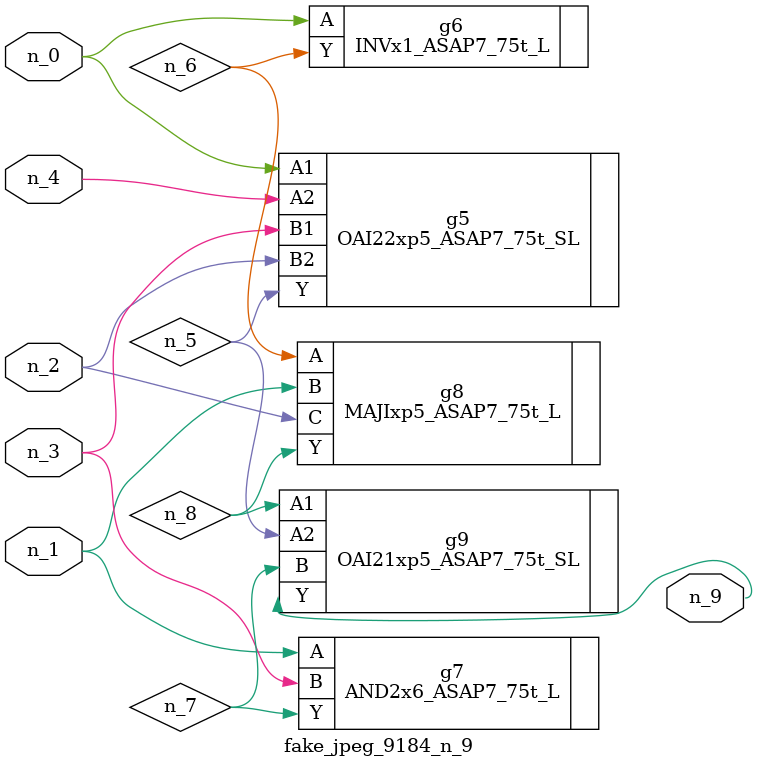
<source format=v>
module fake_jpeg_9184_n_9 (n_3, n_2, n_1, n_0, n_4, n_9);

input n_3;
input n_2;
input n_1;
input n_0;
input n_4;

output n_9;

wire n_8;
wire n_6;
wire n_5;
wire n_7;

OAI22xp5_ASAP7_75t_SL g5 ( 
.A1(n_0),
.A2(n_4),
.B1(n_3),
.B2(n_2),
.Y(n_5)
);

INVx1_ASAP7_75t_L g6 ( 
.A(n_0),
.Y(n_6)
);

AND2x6_ASAP7_75t_L g7 ( 
.A(n_1),
.B(n_3),
.Y(n_7)
);

MAJIxp5_ASAP7_75t_L g8 ( 
.A(n_6),
.B(n_1),
.C(n_2),
.Y(n_8)
);

OAI21xp5_ASAP7_75t_SL g9 ( 
.A1(n_8),
.A2(n_5),
.B(n_7),
.Y(n_9)
);


endmodule
</source>
